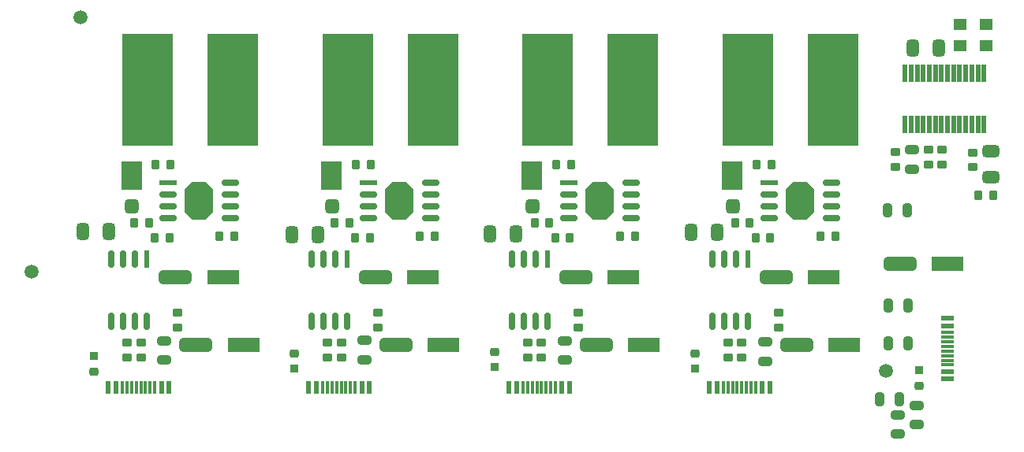
<source format=gtp>
G04*
G04 #@! TF.GenerationSoftware,Altium Limited,Altium Designer,23.4.1 (23)*
G04*
G04 Layer_Color=8421504*
%FSLAX44Y44*%
%MOMM*%
G71*
G04*
G04 #@! TF.SameCoordinates,3060DD58-918D-4E1B-9459-4C9D01607EA3*
G04*
G04*
G04 #@! TF.FilePolarity,Positive*
G04*
G01*
G75*
G04:AMPARAMS|DCode=10|XSize=1.45mm|YSize=0.95mm|CornerRadius=0.2375mm|HoleSize=0mm|Usage=FLASHONLY|Rotation=0.000|XOffset=0mm|YOffset=0mm|HoleType=Round|Shape=RoundedRectangle|*
%AMROUNDEDRECTD10*
21,1,1.4500,0.4750,0,0,0.0*
21,1,0.9750,0.9500,0,0,0.0*
1,1,0.4750,0.4875,-0.2375*
1,1,0.4750,-0.4875,-0.2375*
1,1,0.4750,-0.4875,0.2375*
1,1,0.4750,0.4875,0.2375*
%
%ADD10ROUNDEDRECTD10*%
G04:AMPARAMS|DCode=11|XSize=1mm|YSize=0.9mm|CornerRadius=0.225mm|HoleSize=0mm|Usage=FLASHONLY|Rotation=0.000|XOffset=0mm|YOffset=0mm|HoleType=Round|Shape=RoundedRectangle|*
%AMROUNDEDRECTD11*
21,1,1.0000,0.4500,0,0,0.0*
21,1,0.5500,0.9000,0,0,0.0*
1,1,0.4500,0.2750,-0.2250*
1,1,0.4500,-0.2750,-0.2250*
1,1,0.4500,-0.2750,0.2250*
1,1,0.4500,0.2750,0.2250*
%
%ADD11ROUNDEDRECTD11*%
G04:AMPARAMS|DCode=12|XSize=1.8mm|YSize=1.3mm|CornerRadius=0.325mm|HoleSize=0mm|Usage=FLASHONLY|Rotation=90.000|XOffset=0mm|YOffset=0mm|HoleType=Round|Shape=RoundedRectangle|*
%AMROUNDEDRECTD12*
21,1,1.8000,0.6500,0,0,90.0*
21,1,1.1500,1.3000,0,0,90.0*
1,1,0.6500,0.3250,0.5750*
1,1,0.6500,0.3250,-0.5750*
1,1,0.6500,-0.3250,-0.5750*
1,1,0.6500,-0.3250,0.5750*
%
%ADD12ROUNDEDRECTD12*%
G04:AMPARAMS|DCode=13|XSize=1.5mm|YSize=3.5mm|CornerRadius=0.375mm|HoleSize=0mm|Usage=FLASHONLY|Rotation=270.000|XOffset=0mm|YOffset=0mm|HoleType=Round|Shape=RoundedRectangle|*
%AMROUNDEDRECTD13*
21,1,1.5000,2.7500,0,0,270.0*
21,1,0.7500,3.5000,0,0,270.0*
1,1,0.7500,-1.3750,-0.3750*
1,1,0.7500,-1.3750,0.3750*
1,1,0.7500,1.3750,0.3750*
1,1,0.7500,1.3750,-0.3750*
%
%ADD13ROUNDEDRECTD13*%
%ADD14R,3.5000X1.5000*%
G04:AMPARAMS|DCode=15|XSize=3mm|YSize=4mm|CornerRadius=0mm|HoleSize=0mm|Usage=FLASHONLY|Rotation=0.000|XOffset=0mm|YOffset=0mm|HoleType=Round|Shape=Octagon|*
%AMOCTAGOND15*
4,1,8,-0.7500,2.0000,0.7500,2.0000,1.5000,1.2500,1.5000,-1.2500,0.7500,-2.0000,-0.7500,-2.0000,-1.5000,-1.2500,-1.5000,1.2500,-0.7500,2.0000,0.0*
%
%ADD15OCTAGOND15*%

%ADD16R,1.9000X0.6000*%
G04:AMPARAMS|DCode=17|XSize=0.6mm|YSize=1.9mm|CornerRadius=0.15mm|HoleSize=0mm|Usage=FLASHONLY|Rotation=90.000|XOffset=0mm|YOffset=0mm|HoleType=Round|Shape=RoundedRectangle|*
%AMROUNDEDRECTD17*
21,1,0.6000,1.6000,0,0,90.0*
21,1,0.3000,1.9000,0,0,90.0*
1,1,0.3000,0.8000,0.1500*
1,1,0.3000,0.8000,-0.1500*
1,1,0.3000,-0.8000,-0.1500*
1,1,0.3000,-0.8000,0.1500*
%
%ADD17ROUNDEDRECTD17*%
G04:AMPARAMS|DCode=18|XSize=1mm|YSize=0.9mm|CornerRadius=0.225mm|HoleSize=0mm|Usage=FLASHONLY|Rotation=90.000|XOffset=0mm|YOffset=0mm|HoleType=Round|Shape=RoundedRectangle|*
%AMROUNDEDRECTD18*
21,1,1.0000,0.4500,0,0,90.0*
21,1,0.5500,0.9000,0,0,90.0*
1,1,0.4500,0.2250,0.2750*
1,1,0.4500,0.2250,-0.2750*
1,1,0.4500,-0.2250,-0.2750*
1,1,0.4500,-0.2250,0.2750*
%
%ADD18ROUNDEDRECTD18*%
%ADD19R,5.5000X12.0000*%
%ADD20R,0.3000X1.4500*%
%ADD21R,0.6000X1.4500*%
%ADD22R,0.6000X1.9000*%
G04:AMPARAMS|DCode=23|XSize=0.6mm|YSize=1.9mm|CornerRadius=0.15mm|HoleSize=0mm|Usage=FLASHONLY|Rotation=0.000|XOffset=0mm|YOffset=0mm|HoleType=Round|Shape=RoundedRectangle|*
%AMROUNDEDRECTD23*
21,1,0.6000,1.6000,0,0,0.0*
21,1,0.3000,1.9000,0,0,0.0*
1,1,0.3000,0.1500,-0.8000*
1,1,0.3000,-0.1500,-0.8000*
1,1,0.3000,-0.1500,0.8000*
1,1,0.3000,0.1500,0.8000*
%
%ADD23ROUNDEDRECTD23*%
G04:AMPARAMS|DCode=24|XSize=1.9mm|YSize=0.48mm|CornerRadius=0.06mm|HoleSize=0mm|Usage=FLASHONLY|Rotation=270.000|XOffset=0mm|YOffset=0mm|HoleType=Round|Shape=RoundedRectangle|*
%AMROUNDEDRECTD24*
21,1,1.9000,0.3600,0,0,270.0*
21,1,1.7800,0.4800,0,0,270.0*
1,1,0.1200,-0.1800,-0.8900*
1,1,0.1200,-0.1800,0.8900*
1,1,0.1200,0.1800,0.8900*
1,1,0.1200,0.1800,-0.8900*
%
%ADD24ROUNDEDRECTD24*%
%ADD25R,0.4800X1.9000*%
%ADD26R,1.4000X1.2000*%
G04:AMPARAMS|DCode=27|XSize=0.95mm|YSize=0.85mm|CornerRadius=0.2125mm|HoleSize=0mm|Usage=FLASHONLY|Rotation=180.000|XOffset=0mm|YOffset=0mm|HoleType=Round|Shape=RoundedRectangle|*
%AMROUNDEDRECTD27*
21,1,0.9500,0.4250,0,0,180.0*
21,1,0.5250,0.8500,0,0,180.0*
1,1,0.4250,-0.2625,0.2125*
1,1,0.4250,0.2625,0.2125*
1,1,0.4250,0.2625,-0.2125*
1,1,0.4250,-0.2625,-0.2125*
%
%ADD27ROUNDEDRECTD27*%
%ADD28R,0.9500X0.8500*%
G04:AMPARAMS|DCode=29|XSize=1.5mm|YSize=1.52mm|CornerRadius=0.375mm|HoleSize=0mm|Usage=FLASHONLY|Rotation=0.000|XOffset=0mm|YOffset=0mm|HoleType=Round|Shape=RoundedRectangle|*
%AMROUNDEDRECTD29*
21,1,1.5000,0.7700,0,0,0.0*
21,1,0.7500,1.5200,0,0,0.0*
1,1,0.7500,0.3750,-0.3850*
1,1,0.7500,-0.3750,-0.3850*
1,1,0.7500,-0.3750,0.3850*
1,1,0.7500,0.3750,0.3850*
%
%ADD29ROUNDEDRECTD29*%
%ADD30R,2.2000X3.1000*%
G04:AMPARAMS|DCode=31|XSize=1.8mm|YSize=1.3mm|CornerRadius=0.325mm|HoleSize=0mm|Usage=FLASHONLY|Rotation=180.000|XOffset=0mm|YOffset=0mm|HoleType=Round|Shape=RoundedRectangle|*
%AMROUNDEDRECTD31*
21,1,1.8000,0.6500,0,0,180.0*
21,1,1.1500,1.3000,0,0,180.0*
1,1,0.6500,-0.5750,0.3250*
1,1,0.6500,0.5750,0.3250*
1,1,0.6500,0.5750,-0.3250*
1,1,0.6500,-0.5750,-0.3250*
%
%ADD31ROUNDEDRECTD31*%
%ADD32R,1.4500X0.3000*%
%ADD33R,1.4500X0.6000*%
%ADD34C,1.5000*%
G04:AMPARAMS|DCode=35|XSize=1.45mm|YSize=0.95mm|CornerRadius=0.2375mm|HoleSize=0mm|Usage=FLASHONLY|Rotation=90.000|XOffset=0mm|YOffset=0mm|HoleType=Round|Shape=RoundedRectangle|*
%AMROUNDEDRECTD35*
21,1,1.4500,0.4750,0,0,90.0*
21,1,0.9750,0.9500,0,0,90.0*
1,1,0.4750,0.2375,0.4875*
1,1,0.4750,0.2375,-0.4875*
1,1,0.4750,-0.2375,-0.4875*
1,1,0.4750,-0.2375,0.4875*
%
%ADD35ROUNDEDRECTD35*%
D10*
X592834Y204996D02*
D03*
Y225996D02*
D03*
X377952Y205176D02*
D03*
Y226176D02*
D03*
X162834Y204996D02*
D03*
Y225996D02*
D03*
X807466Y203906D02*
D03*
Y224906D02*
D03*
X970080Y156488D02*
D03*
Y135488D02*
D03*
X950080Y146488D02*
D03*
Y125488D02*
D03*
X965080Y431488D02*
D03*
Y410488D02*
D03*
D11*
X606734Y256463D02*
D03*
Y240463D02*
D03*
X567580Y223988D02*
D03*
Y207988D02*
D03*
X552580Y223988D02*
D03*
Y207988D02*
D03*
X391734Y256463D02*
D03*
Y240463D02*
D03*
X352580Y223988D02*
D03*
Y207988D02*
D03*
X337580Y223988D02*
D03*
Y207988D02*
D03*
X176484Y256463D02*
D03*
Y240463D02*
D03*
X137580Y223988D02*
D03*
Y207988D02*
D03*
X122580Y223988D02*
D03*
Y207988D02*
D03*
X821734Y256463D02*
D03*
Y240463D02*
D03*
X997580Y415488D02*
D03*
Y431488D02*
D03*
X982580Y415488D02*
D03*
X982580Y431488D02*
D03*
X947580Y412988D02*
D03*
Y428988D02*
D03*
X1030224Y412400D02*
D03*
Y428400D02*
D03*
X767580Y207988D02*
D03*
Y223988D02*
D03*
X782580Y207988D02*
D03*
Y223988D02*
D03*
D12*
X540512Y340898D02*
D03*
X512512D02*
D03*
X327690Y340136D02*
D03*
X299690D02*
D03*
X75378Y343692D02*
D03*
X103378D02*
D03*
X755680Y342422D02*
D03*
X727680D02*
D03*
X966080Y540988D02*
D03*
X994080Y540988D02*
D03*
D13*
X604580Y294488D02*
D03*
X626580Y221488D02*
D03*
X389580Y294488D02*
D03*
X411580Y221488D02*
D03*
X174580Y294488D02*
D03*
X196580Y221488D02*
D03*
X952080Y308488D02*
D03*
X841580Y221488D02*
D03*
X819580Y294488D02*
D03*
D14*
X655580Y294488D02*
D03*
X677580Y221488D02*
D03*
X440580Y294488D02*
D03*
X462580Y221488D02*
D03*
X225580Y294488D02*
D03*
X247580Y221488D02*
D03*
X1003080Y308488D02*
D03*
X892580Y221488D02*
D03*
X870580Y294488D02*
D03*
D15*
X630018Y376700D02*
D03*
X415018D02*
D03*
X200018D02*
D03*
X845018D02*
D03*
D16*
X596518Y395750D02*
D03*
X381518D02*
D03*
X166518D02*
D03*
X811518D02*
D03*
D17*
X596518Y383050D02*
D03*
Y370350D02*
D03*
Y357650D02*
D03*
X663518Y395750D02*
D03*
Y383050D02*
D03*
Y370350D02*
D03*
Y357650D02*
D03*
X381518Y383050D02*
D03*
Y370350D02*
D03*
Y357650D02*
D03*
X448518Y395750D02*
D03*
Y383050D02*
D03*
Y370350D02*
D03*
Y357650D02*
D03*
X166518Y383050D02*
D03*
Y370350D02*
D03*
Y357650D02*
D03*
X233518Y395750D02*
D03*
Y383050D02*
D03*
Y370350D02*
D03*
Y357650D02*
D03*
X878518D02*
D03*
Y370350D02*
D03*
Y383050D02*
D03*
Y395750D02*
D03*
X811518Y357650D02*
D03*
Y370350D02*
D03*
Y383050D02*
D03*
D18*
X560080Y352488D02*
D03*
X576080D02*
D03*
X652080Y338488D02*
D03*
X668080D02*
D03*
X598080Y336488D02*
D03*
X582080D02*
D03*
X599080Y415488D02*
D03*
X583080D02*
D03*
X345080Y352488D02*
D03*
X361080D02*
D03*
X437080Y338488D02*
D03*
X453080D02*
D03*
X383080Y336488D02*
D03*
X367080D02*
D03*
X384080Y415488D02*
D03*
X368080D02*
D03*
X130080Y352488D02*
D03*
X146080D02*
D03*
X222080Y338488D02*
D03*
X238080D02*
D03*
X168080Y336488D02*
D03*
X152080D02*
D03*
X169080Y415488D02*
D03*
X153080D02*
D03*
X798080D02*
D03*
X814080D02*
D03*
X1036448Y382300D02*
D03*
X1052448D02*
D03*
X797080Y336488D02*
D03*
X813080Y336488D02*
D03*
X883080Y338488D02*
D03*
X867080D02*
D03*
X791080Y352488D02*
D03*
X775080D02*
D03*
D19*
X665800Y495988D02*
D03*
X574360D02*
D03*
X450800D02*
D03*
X359360D02*
D03*
X235800D02*
D03*
X144360D02*
D03*
X789360Y495988D02*
D03*
X880800Y495988D02*
D03*
D20*
X582581Y175938D02*
D03*
X577581D02*
D03*
X547581D02*
D03*
X552581D02*
D03*
X562581D02*
D03*
X567581D02*
D03*
X557581D02*
D03*
X572581D02*
D03*
X367581D02*
D03*
X362581D02*
D03*
X332581D02*
D03*
X337581D02*
D03*
X347581D02*
D03*
X352581D02*
D03*
X342581D02*
D03*
X357581D02*
D03*
X152581D02*
D03*
X147581D02*
D03*
X117581D02*
D03*
X122581D02*
D03*
X132581D02*
D03*
X137581D02*
D03*
X127581D02*
D03*
X142581D02*
D03*
X787581Y175938D02*
D03*
X772581Y175938D02*
D03*
X782581Y175938D02*
D03*
X777581D02*
D03*
X767581Y175938D02*
D03*
X762581D02*
D03*
X792581Y175938D02*
D03*
X797581D02*
D03*
D21*
X532581D02*
D03*
X597581D02*
D03*
X589581D02*
D03*
X540581D02*
D03*
X317581D02*
D03*
X382581D02*
D03*
X374581D02*
D03*
X325581D02*
D03*
X102581D02*
D03*
X167581D02*
D03*
X159581D02*
D03*
X110581D02*
D03*
X755581Y175938D02*
D03*
X804581D02*
D03*
X812581D02*
D03*
X747581D02*
D03*
D22*
X573630Y313988D02*
D03*
X358630D02*
D03*
X143630D02*
D03*
X788630D02*
D03*
D23*
X560930D02*
D03*
X548230D02*
D03*
X535530D02*
D03*
X573630Y246988D02*
D03*
X560930D02*
D03*
X548230D02*
D03*
X535530D02*
D03*
X345930Y313988D02*
D03*
X333230D02*
D03*
X320530D02*
D03*
X358630Y246988D02*
D03*
X345930D02*
D03*
X333230D02*
D03*
X320530D02*
D03*
X130930Y313988D02*
D03*
X118230D02*
D03*
X105530D02*
D03*
X143630Y246988D02*
D03*
X130930D02*
D03*
X118230D02*
D03*
X105530D02*
D03*
X750530D02*
D03*
X763230D02*
D03*
X775930D02*
D03*
X788630D02*
D03*
X750530Y313988D02*
D03*
X763230Y313988D02*
D03*
X775930Y313988D02*
D03*
D24*
X1042330Y458438D02*
D03*
X1035830Y458438D02*
D03*
X1029330Y458438D02*
D03*
X1022830D02*
D03*
X1016330D02*
D03*
X1009830D02*
D03*
X1003330D02*
D03*
X996830D02*
D03*
X990330D02*
D03*
X983830D02*
D03*
X977330D02*
D03*
X970830D02*
D03*
X964330D02*
D03*
X957830D02*
D03*
Y513538D02*
D03*
X964330D02*
D03*
X970830D02*
D03*
X977330D02*
D03*
X983830D02*
D03*
X990330D02*
D03*
X996830D02*
D03*
X1003330D02*
D03*
X1009830D02*
D03*
X1016330D02*
D03*
X1022830D02*
D03*
X1029330D02*
D03*
X1035830Y513538D02*
D03*
D25*
X1042330Y513538D02*
D03*
D26*
X1044702Y566196D02*
D03*
Y543336D02*
D03*
X1016762Y566196D02*
D03*
Y543336D02*
D03*
D27*
X732028Y212242D02*
D03*
X87376Y192694D02*
D03*
X302514Y212496D02*
D03*
X972580Y177738D02*
D03*
X516890Y214020D02*
D03*
D28*
X732028Y195742D02*
D03*
X87376Y209194D02*
D03*
X302514Y195996D02*
D03*
X972580Y194238D02*
D03*
X516890Y197520D02*
D03*
D29*
X127554Y370836D02*
D03*
X772554D02*
D03*
X557554D02*
D03*
X342554D02*
D03*
D30*
X127374Y403116D02*
D03*
X772374D02*
D03*
X557374D02*
D03*
X342374D02*
D03*
D31*
X1050080Y429988D02*
D03*
X1050080Y401988D02*
D03*
D32*
X1003630Y224888D02*
D03*
Y209888D02*
D03*
Y219888D02*
D03*
Y214888D02*
D03*
Y204888D02*
D03*
Y199888D02*
D03*
Y229888D02*
D03*
Y234888D02*
D03*
D33*
Y192888D02*
D03*
Y241888D02*
D03*
Y249888D02*
D03*
Y184888D02*
D03*
D34*
X72580Y573488D02*
D03*
X20066Y300258D02*
D03*
X937580Y193568D02*
D03*
D35*
X960580Y263488D02*
D03*
X939580D02*
D03*
X951824Y163098D02*
D03*
X930824D02*
D03*
X939206Y366044D02*
D03*
X960206D02*
D03*
X939580Y223488D02*
D03*
X960580D02*
D03*
M02*

</source>
